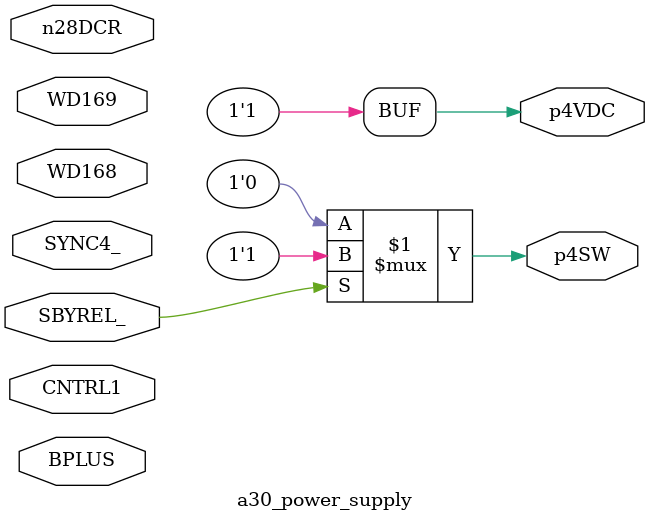
<source format=v>
`timescale 1ns / 1ps


module a30_power_supply(
    input wire WD168,   // Main bus B 28 volts
    
    input wire WD169,   // Other 28 volt input, not used
    input wire n28DCR,  // Other 28 volt input, not used
    
    input wire BPLUS,   // Input from 14 volt power supply, used to switch relay from p4VSW
    
    input wire CNTRL1,  // Test equipment input for simulating power failure
    input wire SYNC4_,  // Sync signal for voltage reference
    input wire SBYREL_, // Standy signal
    
    //output wire p28COM,
    output wire p4VDC,
    output wire p4SW
    );
    
    assign p4VDC = 1'b1;
    assign p4SW = SBYREL_ ? 1'b1 : 1'b0;
    //assign p28COM = WD168;
    
endmodule




</source>
